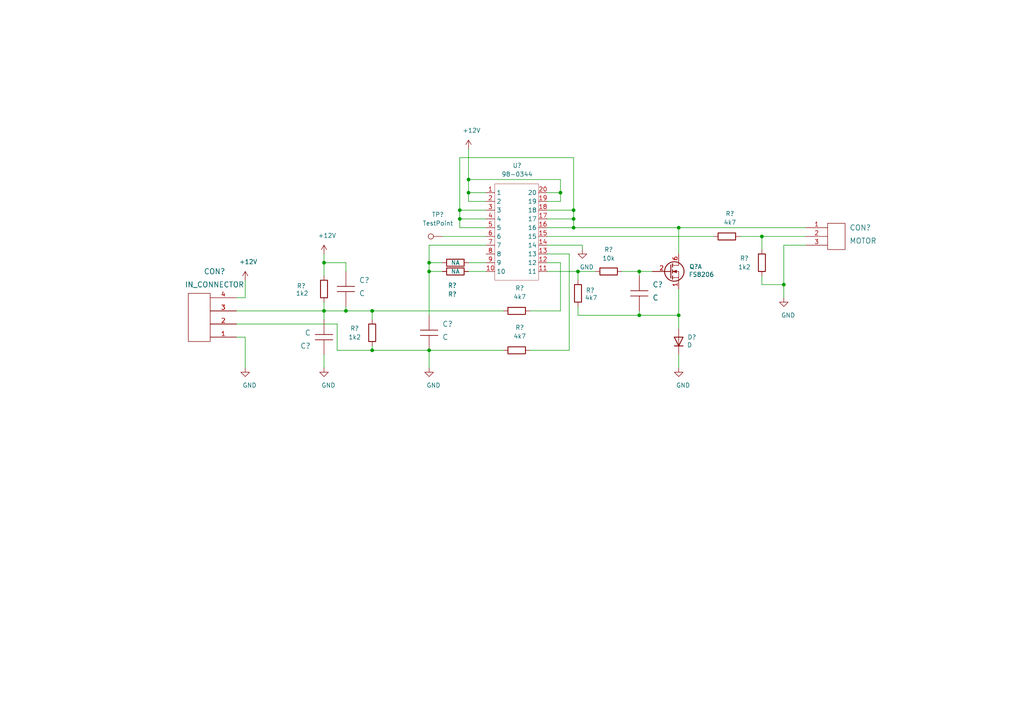
<source format=kicad_sch>
(kicad_sch (version 20200602) (host eeschema "5.99.0-unknown-6083c08~88~ubuntu18.04.1")
  (page 1 1)
  (paper "A4")
  (lib_symbols
    (symbol "Connector:TestPoint" (pin_numbers hide) (pin_names (offset 0.762) hide)
      (property "Reference" "TP" (at 0 6.858 0))
      (property "Value" "TestPoint" (at 0 5.08 0))
      (symbol "TestPoint_0_1"
        (circle (center 0 3.302) (radius 0.762))
      )
      (symbol "TestPoint_1_1"
        (pin passive line (at 0 0 90) (length 2.54) (name "1") (number "1"))
      )
    )
    (symbol "Device:D" (pin_numbers hide) (pin_names hide)
      (property "Reference" "D" (at 0 2.54 0))
      (property "Value" "D" (at 0 -2.54 0))
      (symbol "D_0_1"
        (polyline (pts (xy -1.27 1.27) (xy -1.27 -1.27)) (stroke (width 0.254)))
        (polyline (pts (xy 1.27 0) (xy -1.27 0)))
        (polyline (pts (xy 1.27 1.27) (xy 1.27 -1.27) (xy -1.27 0) (xy 1.27 1.27)) (stroke (width 0.254)))
      )
      (symbol "D_1_1"
        (pin passive line (at -3.81 0 0) (length 2.54) (name "K") (number "1"))
        (pin passive line (at 3.81 0 180) (length 2.54) (name "A") (number "2"))
      )
    )
    (symbol "Device:R" (pin_numbers hide) (pin_names (offset 0))
      (property "Reference" "R" (at 2.032 0 90))
      (property "Value" "R" (at 0 0 90))
      (symbol "R_0_1"
        (rectangle (start -1.016 -2.54) (end 1.016 2.54) (stroke (width 0.254)))
      )
      (symbol "R_1_1"
        (pin passive line (at 0 3.81 270) (length 1.27) (name "~") (number "1"))
        (pin passive line (at 0 -3.81 90) (length 1.27) (name "~") (number "2"))
      )
    )
    (symbol "NAGARES:98-0344"
      (property "Reference" "U" (at 0 17.78 0))
      (property "Value" "98-0344" (at 0 -8.89 0))
      (symbol "98-0344_0_1"
        (rectangle (start -6.35 20.32) (end 6.35 -7.62) (stroke (width 0.0006)))
      )
      (symbol "98-0344_1_1"
        (pin input line (at -8.89 17.78 0) (length 2.54) (name "1") (number "1"))
        (pin input line (at -8.89 15.24 0) (length 2.54) (name "2") (number "2"))
        (pin input line (at -8.89 12.7 0) (length 2.54) (name "3") (number "3"))
        (pin input line (at -8.89 10.16 0) (length 2.54) (name "4") (number "4"))
        (pin input line (at -8.89 7.62 0) (length 2.54) (name "5") (number "5"))
        (pin input line (at -8.89 5.08 0) (length 2.54) (name "6") (number "6"))
        (pin input line (at -8.89 2.54 0) (length 2.54) (name "7") (number "7"))
        (pin input line (at -8.89 0 0) (length 2.54) (name "8") (number "8"))
        (pin input line (at -8.89 -2.54 0) (length 2.54) (name "9") (number "9"))
        (pin input line (at -8.89 -5.08 0) (length 2.54) (name "10") (number "10"))
        (pin input line (at 8.89 -5.08 180) (length 2.54) (name "11") (number "11"))
        (pin input line (at 8.89 -2.54 180) (length 2.54) (name "12") (number "12"))
        (pin input line (at 8.89 0 180) (length 2.54) (name "13") (number "13"))
        (pin input line (at 8.89 2.54 180) (length 2.54) (name "14") (number "14"))
        (pin input line (at 8.89 5.08 180) (length 2.54) (name "15") (number "15"))
        (pin input line (at 8.89 7.62 180) (length 2.54) (name "16") (number "16"))
        (pin input line (at 8.89 10.16 180) (length 2.54) (name "17") (number "17"))
        (pin input line (at 8.89 12.7 180) (length 2.54) (name "18") (number "18"))
        (pin input line (at 8.89 15.24 180) (length 2.54) (name "19") (number "19"))
        (pin input line (at 8.89 17.78 180) (length 2.54) (name "20") (number "20"))
      )
    )
    (symbol "c:C" (pin_numbers hide) (pin_names (offset 0.254))
      (property "Reference" "C" (at 1.27 2.54 0))
      (property "Value" "C" (at 1.27 -2.54 0))
      (symbol "C_0_1"
        (polyline (pts (xy -2.54 -0.762) (xy 2.54 -0.762)) (stroke (width 0.2032)))
        (polyline (pts (xy -2.54 0.762) (xy 2.54 0.762)) (stroke (width 0.2032)))
      )
      (symbol "C_1_1"
        (pin passive line (at 0 5.08 270) (length 4.318) (name "~") (number "1"))
        (pin passive line (at 0 -5.08 90) (length 4.318) (name "~") (number "2"))
      )
    )
    (symbol "con:CONN_3" (pin_names hide)
      (property "Reference" "CON" (at 0 5.08 0))
      (property "Value" "CONN_3" (at 0 -5.08 0))
      (symbol "CONN_3_0_1"
        (rectangle (start -2.54 3.81) (end 2.54 -3.81))
      )
      (symbol "CONN_3_1_1"
        (pin passive line (at -8.89 2.54 0) (length 6.35) (name "1") (number "1"))
        (pin passive line (at -8.89 0 0) (length 6.35) (name "2") (number "2"))
        (pin passive line (at -8.89 -2.54 0) (length 6.35) (name "3") (number "3"))
      )
    )
    (symbol "con:CONN_4" (pin_names hide)
      (property "Reference" "CON" (at 0 10.16 0))
      (property "Value" "CONN_4" (at 1.27 -6.35 0))
      (symbol "CONN_4_0_1"
        (rectangle (start -2.54 8.89) (end 3.81 -5.08))
      )
      (symbol "CONN_4_1_1"
        (pin passive line (at -10.16 7.62 0) (length 7.62) (name "1") (number "1"))
        (pin passive line (at -10.16 3.81 0) (length 7.62) (name "2") (number "2"))
        (pin passive line (at -10.16 0 0) (length 7.62) (name "3") (number "3"))
        (pin passive line (at -10.16 -3.81 0) (length 7.62) (name "4") (number "4"))
      )
    )
    (symbol "power:+12V" (power) (pin_names (offset 0))
      (property "Value" "+12V" (at 0 3.556 0))
      (symbol "+12V_0_1"
        (polyline (pts (xy -0.762 1.27) (xy 0 2.54)))
        (polyline (pts (xy 0 0) (xy 0 2.54)))
        (polyline (pts (xy 0 2.54) (xy 0.762 1.27)))
      )
      (symbol "+12V_1_1"
        (pin power_in line (at 0 0 90) (length 0) hide (name "+12V") (number "1"))
      )
    )
    (symbol "power:GND" (power) (pin_names (offset 0))
      (property "Value" "GND" (at 0 -3.81 0))
      (symbol "GND_0_1"
        (polyline (pts (xy 0 0) (xy 0 -1.27) (xy 1.27 -1.27) (xy 0 -2.54) (xy -1.27 -1.27) (xy 0 -1.27)))
      )
      (symbol "GND_1_1"
        (pin power_in line (at 0 0 270) (length 0) hide (name "GND") (number "1"))
      )
    )
    (symbol "tinkerforge:DUAL_MOSFET_N_CH" (pin_names (offset 0) hide)
      (property "Reference" "Q" (at 7.62 1.27 0))
      (property "Value" "DUAL_MOSFET_N_CH" (at 22.86 -1.27 0))
      (symbol "DUAL_MOSFET_N_CH_0_1"
        (circle (center 1.27 0) (radius 2.8194) (stroke (width 0.254)))
        (polyline (pts (xy 0.762 -1.778) (xy 2.54 -1.778)))
        (polyline (pts (xy 0.762 -1.27) (xy 0.762 -2.286)) (stroke (width 0.254)))
        (polyline (pts (xy 0.762 0) (xy 2.54 0)))
        (polyline (pts (xy 0.762 0.508) (xy 0.762 -0.508)) (stroke (width 0.254)))
        (polyline (pts (xy 0.762 1.778) (xy 2.54 1.778)))
        (polyline (pts (xy 0.762 2.286) (xy 0.762 1.27)) (stroke (width 0.254)))
        (polyline (pts (xy 2.54 -1.778) (xy 2.54 -2.54)))
        (polyline (pts (xy 2.54 -1.778) (xy 2.54 0)))
        (polyline (pts (xy 2.54 2.54) (xy 2.54 1.778)))
        (polyline (pts (xy 0.254 1.905) (xy 0.254 -1.905) (xy 0.254 -1.905)) (stroke (width 0.254)))
        (polyline (pts (xy 0.889 0) (xy 1.905 0.381) (xy 1.905 -0.381) (xy 0.889 0)) (fill (type outline)))
      )
      (symbol "DUAL_MOSFET_N_CH_1_1"
        (pin passive line (at 2.54 -5.08 90) (length 2.54) (name "S1") (number "1"))
        (pin input line (at -5.08 0 0) (length 5.334) (name "G1") (number "2"))
        (pin passive line (at 2.54 5.08 270) (length 2.54) (name "D1") (number "6"))
      )
      (symbol "DUAL_MOSFET_N_CH_2_1"
        (pin passive line (at 2.54 5.08 270) (length 2.54) (name "D2") (number "3"))
        (pin passive line (at 2.54 -5.08 90) (length 2.54) (name "S2") (number "4"))
        (pin input line (at -5.08 0 0) (length 5.334) (name "G2") (number "5"))
      )
    )
  )
  (junction (at 93.98 76.2))
  (junction (at 93.98 90.17))
  (junction (at 100.33 90.17))
  (junction (at 107.95 90.17))
  (junction (at 107.95 101.6))
  (junction (at 124.46 76.2))
  (junction (at 124.46 78.74))
  (junction (at 124.46 101.6))
  (junction (at 133.35 60.96))
  (junction (at 133.35 63.5))
  (junction (at 135.89 52.07))
  (junction (at 135.89 55.88))
  (junction (at 162.56 55.88))
  (junction (at 166.37 60.96))
  (junction (at 166.37 63.5))
  (junction (at 166.37 66.04))
  (junction (at 167.64 78.74))
  (junction (at 185.42 78.74))
  (junction (at 185.42 91.44))
  (junction (at 196.85 66.04))
  (junction (at 196.85 91.44))
  (junction (at 220.98 68.58))
  (junction (at 227.33 82.55))
  (wire (pts (xy 68.58 86.36) (xy 71.12 86.36)))
  (wire (pts (xy 68.58 90.17) (xy 93.98 90.17)))
  (wire (pts (xy 68.58 93.98) (xy 97.79 93.98)))
  (wire (pts (xy 68.58 97.79) (xy 71.12 97.79)))
  (wire (pts (xy 71.12 86.36) (xy 71.12 81.28)))
  (wire (pts (xy 71.12 97.79) (xy 71.12 106.68)))
  (wire (pts (xy 93.98 73.66) (xy 93.98 76.2)))
  (wire (pts (xy 93.98 76.2) (xy 93.98 80.01)))
  (wire (pts (xy 93.98 87.63) (xy 93.98 90.17)))
  (wire (pts (xy 93.98 90.17) (xy 93.98 92.71)))
  (wire (pts (xy 93.98 90.17) (xy 100.33 90.17)))
  (wire (pts (xy 93.98 102.87) (xy 93.98 106.68)))
  (wire (pts (xy 97.79 93.98) (xy 97.79 101.6)))
  (wire (pts (xy 100.33 76.2) (xy 93.98 76.2)))
  (wire (pts (xy 100.33 78.74) (xy 100.33 76.2)))
  (wire (pts (xy 100.33 88.9) (xy 100.33 90.17)))
  (wire (pts (xy 100.33 90.17) (xy 107.95 90.17)))
  (wire (pts (xy 107.95 90.17) (xy 107.95 92.71)))
  (wire (pts (xy 107.95 90.17) (xy 146.05 90.17)))
  (wire (pts (xy 107.95 100.33) (xy 107.95 101.6)))
  (wire (pts (xy 107.95 101.6) (xy 97.79 101.6)))
  (wire (pts (xy 124.46 71.12) (xy 140.97 71.12)))
  (wire (pts (xy 124.46 76.2) (xy 124.46 71.12)))
  (wire (pts (xy 124.46 76.2) (xy 128.27 76.2)))
  (wire (pts (xy 124.46 78.74) (xy 124.46 76.2)))
  (wire (pts (xy 124.46 78.74) (xy 128.27 78.74)))
  (wire (pts (xy 124.46 91.44) (xy 124.46 78.74)))
  (wire (pts (xy 124.46 101.6) (xy 107.95 101.6)))
  (wire (pts (xy 124.46 101.6) (xy 124.46 106.68)))
  (wire (pts (xy 128.27 68.58) (xy 140.97 68.58)))
  (wire (pts (xy 133.35 45.72) (xy 166.37 45.72)))
  (wire (pts (xy 133.35 60.96) (xy 133.35 45.72)))
  (wire (pts (xy 133.35 60.96) (xy 140.97 60.96)))
  (wire (pts (xy 133.35 63.5) (xy 133.35 60.96)))
  (wire (pts (xy 133.35 63.5) (xy 140.97 63.5)))
  (wire (pts (xy 133.35 66.04) (xy 133.35 63.5)))
  (wire (pts (xy 135.89 43.18) (xy 135.89 52.07)))
  (wire (pts (xy 135.89 52.07) (xy 135.89 55.88)))
  (wire (pts (xy 135.89 55.88) (xy 135.89 58.42)))
  (wire (pts (xy 135.89 55.88) (xy 140.97 55.88)))
  (wire (pts (xy 135.89 58.42) (xy 140.97 58.42)))
  (wire (pts (xy 135.89 76.2) (xy 140.97 76.2)))
  (wire (pts (xy 135.89 78.74) (xy 140.97 78.74)))
  (wire (pts (xy 140.97 66.04) (xy 133.35 66.04)))
  (wire (pts (xy 146.05 101.6) (xy 124.46 101.6)))
  (wire (pts (xy 153.67 101.6) (xy 165.1 101.6)))
  (wire (pts (xy 158.75 55.88) (xy 162.56 55.88)))
  (wire (pts (xy 158.75 58.42) (xy 162.56 58.42)))
  (wire (pts (xy 158.75 60.96) (xy 166.37 60.96)))
  (wire (pts (xy 158.75 63.5) (xy 166.37 63.5)))
  (wire (pts (xy 158.75 68.58) (xy 207.01 68.58)))
  (wire (pts (xy 158.75 71.12) (xy 168.91 71.12)))
  (wire (pts (xy 158.75 73.66) (xy 165.1 73.66)))
  (wire (pts (xy 158.75 76.2) (xy 162.56 76.2)))
  (wire (pts (xy 158.75 78.74) (xy 167.64 78.74)))
  (wire (pts (xy 162.56 52.07) (xy 135.89 52.07)))
  (wire (pts (xy 162.56 55.88) (xy 162.56 52.07)))
  (wire (pts (xy 162.56 58.42) (xy 162.56 55.88)))
  (wire (pts (xy 162.56 76.2) (xy 162.56 90.17)))
  (wire (pts (xy 162.56 90.17) (xy 153.67 90.17)))
  (wire (pts (xy 165.1 101.6) (xy 165.1 73.66)))
  (wire (pts (xy 166.37 45.72) (xy 166.37 60.96)))
  (wire (pts (xy 166.37 60.96) (xy 166.37 63.5)))
  (wire (pts (xy 166.37 63.5) (xy 166.37 66.04)))
  (wire (pts (xy 166.37 66.04) (xy 158.75 66.04)))
  (wire (pts (xy 167.64 78.74) (xy 167.64 81.28)))
  (wire (pts (xy 167.64 78.74) (xy 172.72 78.74)))
  (wire (pts (xy 167.64 88.9) (xy 167.64 91.44)))
  (wire (pts (xy 167.64 91.44) (xy 185.42 91.44)))
  (wire (pts (xy 168.91 71.12) (xy 168.91 72.39)))
  (wire (pts (xy 180.34 78.74) (xy 185.42 78.74)))
  (wire (pts (xy 185.42 78.74) (xy 185.42 80.01)))
  (wire (pts (xy 185.42 78.74) (xy 189.23 78.74)))
  (wire (pts (xy 185.42 90.17) (xy 185.42 91.44)))
  (wire (pts (xy 185.42 91.44) (xy 196.85 91.44)))
  (wire (pts (xy 196.85 66.04) (xy 166.37 66.04)))
  (wire (pts (xy 196.85 66.04) (xy 233.68 66.04)))
  (wire (pts (xy 196.85 73.66) (xy 196.85 66.04)))
  (wire (pts (xy 196.85 83.82) (xy 196.85 91.44)))
  (wire (pts (xy 196.85 91.44) (xy 196.85 95.25)))
  (wire (pts (xy 196.85 102.87) (xy 196.85 106.68)))
  (wire (pts (xy 214.63 68.58) (xy 220.98 68.58)))
  (wire (pts (xy 220.98 68.58) (xy 220.98 72.39)))
  (wire (pts (xy 220.98 68.58) (xy 233.68 68.58)))
  (wire (pts (xy 220.98 80.01) (xy 220.98 82.55)))
  (wire (pts (xy 220.98 82.55) (xy 227.33 82.55)))
  (wire (pts (xy 227.33 71.12) (xy 227.33 82.55)))
  (wire (pts (xy 227.33 82.55) (xy 227.33 86.36)))
  (wire (pts (xy 233.68 71.12) (xy 227.33 71.12)))
  (symbol (lib_id "Connector:TestPoint") (at 128.27 68.58 90) (unit 1)
    (property "Reference" "TP?" (at 127 62.23 90))
    (property "Value" "TestPoint" (at 127 64.77 90))
  )
  (symbol (lib_id "power:+12V") (at 71.12 81.28 0) (unit 1)
    (property "Reference" "#PWR?" (effects hide))
    (property "Value" "+12V" (at 72.009 75.946 0))
  )
  (symbol (lib_id "power:+12V") (at 93.98 73.66 0) (unit 1)
    (property "Reference" "#PWR?" (effects hide))
    (property "Value" "+12V" (at 94.869 68.326 0))
  )
  (symbol (lib_id "power:+12V") (at 135.89 43.18 0) (unit 1)
    (property "Reference" "#PWR?" (effects hide))
    (property "Value" "+12V" (at 136.779 37.846 0))
  )
  (symbol (lib_id "power:GND") (at 71.12 106.68 0) (unit 1)
    (property "Reference" "#PWR?" (effects hide))
    (property "Value" "GND" (at 72.39 111.76 0))
  )
  (symbol (lib_id "power:GND") (at 93.98 106.68 0) (unit 1)
    (property "Reference" "#PWR?" (effects hide))
    (property "Value" "GND" (at 95.25 111.76 0))
  )
  (symbol (lib_id "power:GND") (at 124.46 106.68 0) (unit 1)
    (property "Reference" "#PWR?" (effects hide))
    (property "Value" "GND" (at 125.73 111.76 0))
  )
  (symbol (lib_id "power:GND") (at 168.91 72.39 0) (unit 1)
    (property "Reference" "#PWR?" (effects hide))
    (property "Value" "GND" (at 170.18 77.47 0))
  )
  (symbol (lib_id "power:GND") (at 196.85 106.68 0) (unit 1)
    (property "Reference" "#PWR?" (effects hide))
    (property "Value" "GND" (at 198.12 111.76 0))
  )
  (symbol (lib_id "power:GND") (at 227.33 86.36 0) (unit 1)
    (property "Reference" "#PWR?" (effects hide))
    (property "Value" "GND" (at 228.6 91.44 0))
  )
  (symbol (lib_id "Device:R") (at 93.98 83.82 180) (unit 1)
    (property "Reference" "R?" (at 87.376 82.931 0))
    (property "Value" "1k2" (at 87.63 85.09 0))
  )
  (symbol (lib_id "Device:R") (at 107.95 96.52 180) (unit 1)
    (property "Reference" "R?" (at 102.87 95.25 0))
    (property "Value" "1k2" (at 102.87 97.79 0))
  )
  (symbol (lib_id "Device:R") (at 132.08 76.2 270) (unit 1)
    (property "Reference" "R?" (at 131.191 82.804 90))
    (property "Value" "NA" (at 132.08 76.2 90))
  )
  (symbol (lib_id "Device:R") (at 132.08 78.74 270) (unit 1)
    (property "Reference" "R?" (at 131.191 85.344 90))
    (property "Value" "NA" (at 132.08 78.74 90))
  )
  (symbol (lib_id "Device:R") (at 149.86 90.17 90) (unit 1)
    (property "Reference" "R?" (at 150.749 83.566 90))
    (property "Value" "4k7" (at 150.749 86.106 90))
  )
  (symbol (lib_id "Device:R") (at 149.86 101.6 90) (unit 1)
    (property "Reference" "R?" (at 150.749 94.996 90))
    (property "Value" "4k7" (at 150.749 97.536 90))
  )
  (symbol (lib_id "Device:R") (at 167.64 85.09 0) (unit 1)
    (property "Reference" "R?" (at 171.196 84.201 0))
    (property "Value" "4k7" (at 171.45 86.36 0))
  )
  (symbol (lib_id "Device:R") (at 176.53 78.74 90) (unit 1)
    (property "Reference" "R?" (at 176.53 72.39 90))
    (property "Value" "10k" (at 176.53 74.93 90))
  )
  (symbol (lib_id "Device:R") (at 210.82 68.58 90) (unit 1)
    (property "Reference" "R?" (at 211.709 61.976 90))
    (property "Value" "4k7" (at 211.709 64.516 90))
  )
  (symbol (lib_id "Device:R") (at 220.98 76.2 180) (unit 1)
    (property "Reference" "R?" (at 215.9 74.93 0))
    (property "Value" "1k2" (at 215.9 77.47 0))
  )
  (symbol (lib_id "Device:D") (at 196.85 99.06 90) (unit 1)
    (property "Reference" "D?" (at 199.39 97.79 90) (effects (justify right)))
    (property "Value" "D" (at 199.263 100.076 90) (effects (justify right)))
  )
  (symbol (lib_id "c:C") (at 93.98 97.79 180) (unit 1)
    (property "Reference" "C?" (at 90.17 100.33 0) (effects (font (size 1.524 1.524)) (justify left)))
    (property "Value" "C" (at 90.17 96.52 0) (effects (font (size 1.524 1.524)) (justify left)))
  )
  (symbol (lib_id "c:C") (at 100.33 83.82 0) (unit 1)
    (property "Reference" "C?" (at 104.14 81.28 0) (effects (font (size 1.524 1.524)) (justify left)))
    (property "Value" "C" (at 104.14 85.09 0) (effects (font (size 1.524 1.524)) (justify left)))
  )
  (symbol (lib_id "c:C") (at 124.46 96.52 0) (unit 1)
    (property "Reference" "C?" (at 128.27 93.98 0) (effects (font (size 1.524 1.524)) (justify left)))
    (property "Value" "C" (at 128.27 97.79 0) (effects (font (size 1.524 1.524)) (justify left)))
  )
  (symbol (lib_id "c:C") (at 185.42 85.09 0) (unit 1)
    (property "Reference" "C?" (at 189.23 82.55 0) (effects (font (size 1.524 1.524)) (justify left)))
    (property "Value" "C" (at 189.23 86.36 0) (effects (font (size 1.524 1.524)) (justify left)))
  )
  (symbol (lib_id "con:CONN_3") (at 242.57 68.58 0) (unit 1)
    (property "Reference" "CON?" (at 246.38 66.04 0) (effects (font (size 1.524 1.524)) (justify left)))
    (property "Value" "MOTOR" (at 246.38 69.85 0) (effects (font (size 1.524 1.524)) (justify left)))
  )
  (symbol (lib_id "tinkerforge:DUAL_MOSFET_N_CH") (at 194.31 78.74 0) (unit 1)
    (property "Reference" "Q?" (at 199.898 77.343 0) (effects (justify left)))
    (property "Value" "FS8206" (at 199.771 79.629 0) (effects (justify left)))
  )
  (symbol (lib_id "con:CONN_4") (at 58.42 90.17 180) (unit 1)
    (property "Reference" "CON?" (at 62.23 78.74 0) (effects (font (size 1.524 1.524))))
    (property "Value" "IN_CONNECTOR" (at 62.23 82.55 0) (effects (font (size 1.524 1.524))))
  )
  (symbol (lib_id "NAGARES:98-0344") (at 149.86 73.66 0) (unit 1)
    (property "Reference" "U?" (at 149.987 48.006 0))
    (property "Value" "98-0344" (at 149.987 50.546 0))
  )
)
</source>
